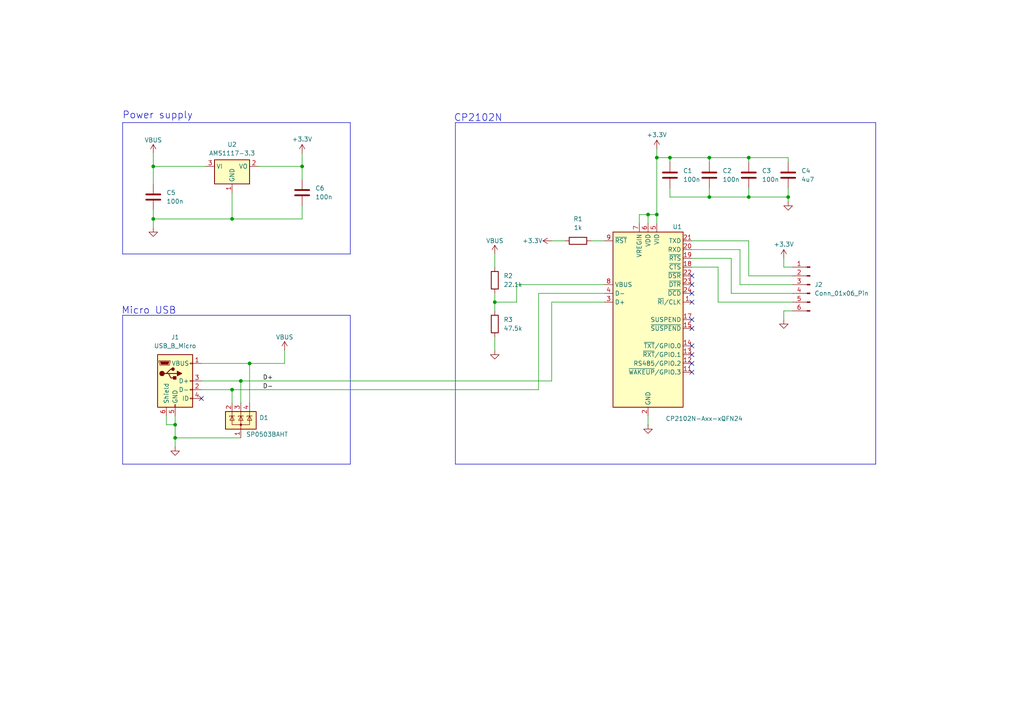
<source format=kicad_sch>
(kicad_sch (version 20231120) (generator "eeschema") (generator_version "8.0")
  (paper "A4")
  (title_block (title "USB-UART-CONN") (date "2024-12-30") (company "WINTERS"))
  (lib_symbols
    (symbol "Connector:Conn_01x06_Pin" (pin_names (offset 1.016) hide)
      (property "Reference" "J" (at 0 7.62 0))
      (property "Value" "Conn_01x06_Pin" (at 0 -10.16 0))
      (symbol "Conn_01x06_Pin_1_1"
        (polyline (pts (xy 1.27 -7.62) (xy 0.8636 -7.62)) (stroke (width 0.1524)))
        (polyline (pts (xy 1.27 -5.08) (xy 0.8636 -5.08)) (stroke (width 0.1524)))
        (polyline (pts (xy 1.27 -2.54) (xy 0.8636 -2.54)) (stroke (width 0.1524)))
        (polyline (pts (xy 1.27 0) (xy 0.8636 0)) (stroke (width 0.1524)))
        (polyline (pts (xy 1.27 2.54) (xy 0.8636 2.54)) (stroke (width 0.1524)))
        (polyline (pts (xy 1.27 5.08) (xy 0.8636 5.08)) (stroke (width 0.1524)))
        (rectangle (start 0.8636 -7.493) (end 0 -7.747) (stroke (width 0.1524)) (fill (type outline)))
        (rectangle (start 0.8636 -4.953) (end 0 -5.207) (stroke (width 0.1524)) (fill (type outline)))
        (rectangle (start 0.8636 -2.413) (end 0 -2.667) (stroke (width 0.1524)) (fill (type outline)))
        (rectangle (start 0.8636 0.127) (end 0 -0.127) (stroke (width 0.1524)) (fill (type outline)))
        (rectangle (start 0.8636 2.667) (end 0 2.413) (stroke (width 0.1524)) (fill (type outline)))
        (rectangle (start 0.8636 5.207) (end 0 4.953) (stroke (width 0.1524)) (fill (type outline)))
        (pin passive line (at 5.08 5.08 180) (length 3.81) (name "Pin_1") (number "1"))
        (pin passive line (at 5.08 2.54 180) (length 3.81) (name "Pin_2") (number "2"))
        (pin passive line (at 5.08 0 180) (length 3.81) (name "Pin_3") (number "3"))
        (pin passive line (at 5.08 -2.54 180) (length 3.81) (name "Pin_4") (number "4"))
        (pin passive line (at 5.08 -5.08 180) (length 3.81) (name "Pin_5") (number "5"))
        (pin passive line (at 5.08 -7.62 180) (length 3.81) (name "Pin_6") (number "6"))
      )
    )
    (symbol "Connector:USB_B_Micro" (pin_names (offset 1.016))
      (property "Reference" "J" (at -5.08 11.43 0))
      (property "Value" "USB_B_Micro" (at -5.08 8.89 0))
      (symbol "USB_B_Micro_0_1"
        (rectangle (start -5.08 -7.62) (end 5.08 7.62) (stroke (width 0.254)) (fill (type background)))
        (circle (center -3.81 2.159) (radius 0.635) (stroke (width 0.254)) (fill (type outline)))
        (circle (center -0.635 3.429) (radius 0.381) (stroke (width 0.254)) (fill (type outline)))
        (rectangle (start -0.127 -7.62) (end 0.127 -6.858))
        (polyline (pts (xy -1.905 2.159) (xy 0.635 2.159)) (stroke (width 0.254)))
        (polyline (pts (xy -3.175 2.159) (xy -2.54 2.159) (xy -1.27 3.429) (xy -0.635 3.429)) (stroke (width 0.254)))
        (polyline (pts (xy -2.54 2.159) (xy -1.905 2.159) (xy -1.27 0.889) (xy 0 0.889)) (stroke (width 0.254)))
        (polyline (pts (xy 0.635 2.794) (xy 0.635 1.524) (xy 1.905 2.159) (xy 0.635 2.794)) (stroke (width 0.254)) (fill (type outline)))
        (polyline (pts (xy -4.318 5.588) (xy -1.778 5.588) (xy -2.032 4.826) (xy -4.064 4.826) (xy -4.318 5.588)) (fill (type outline)))
        (polyline (pts (xy -4.699 5.842) (xy -4.699 5.588) (xy -4.445 4.826) (xy -4.445 4.572) (xy -1.651 4.572) (xy -1.651 4.826) (xy -1.397 5.588) (xy -1.397 5.842) (xy -4.699 5.842)))
        (rectangle (start 0.254 1.27) (end -0.508 0.508) (stroke (width 0.254)) (fill (type outline)))
        (rectangle (start 5.08 -5.207) (end 4.318 -4.953))
        (rectangle (start 5.08 -2.667) (end 4.318 -2.413))
        (rectangle (start 5.08 -0.127) (end 4.318 0.127))
        (rectangle (start 5.08 4.953) (end 4.318 5.207))
      )
      (symbol "USB_B_Micro_1_1"
        (pin power_out line (at 7.62 5.08 180) (length 2.54) (name "VBUS") (number "1"))
        (pin bidirectional line (at 7.62 -2.54 180) (length 2.54) (name "D-") (number "2"))
        (pin bidirectional line (at 7.62 0 180) (length 2.54) (name "D+") (number "3"))
        (pin passive line (at 7.62 -5.08 180) (length 2.54) (name "ID") (number "4"))
        (pin power_out line (at 0 -10.16 90) (length 2.54) (name "GND") (number "5"))
        (pin passive line (at -2.54 -10.16 90) (length 2.54) (name "Shield") (number "6"))
      )
    )
    (symbol "Device:C" (pin_numbers hide) (pin_names (offset 0.254))
      (property "Reference" "C" (at 0.635 2.54 0))
      (property "Value" "C" (at 0.635 -2.54 0))
      (symbol "C_0_1"
        (polyline (pts (xy -2.032 -0.762) (xy 2.032 -0.762)) (stroke (width 0.508)))
        (polyline (pts (xy -2.032 0.762) (xy 2.032 0.762)) (stroke (width 0.508)))
      )
      (symbol "C_1_1"
        (pin passive line (at 0 3.81 270) (length 2.794) (name "~") (number "1"))
        (pin passive line (at 0 -3.81 90) (length 2.794) (name "~") (number "2"))
      )
    )
    (symbol "Device:R" (pin_numbers hide) (pin_names (offset 0))
      (property "Reference" "R" (at 2.032 0 90))
      (property "Value" "R" (at 0 0 90))
      (symbol "R_0_1"
        (rectangle (start -1.016 -2.54) (end 1.016 2.54) (stroke (width 0.254)))
      )
      (symbol "R_1_1"
        (pin passive line (at 0 3.81 270) (length 1.27) (name "~") (number "1"))
        (pin passive line (at 0 -3.81 90) (length 1.27) (name "~") (number "2"))
      )
    )
    (symbol "Interface_USB:CP2102N-Axx-xQFN24"
      (property "Reference" "U" (at -8.89 26.67 0))
      (property "Value" "CP2102N-Axx-xQFN24" (at 13.97 26.67 0))
      (symbol "CP2102N-Axx-xQFN24_0_1"
        (rectangle (start -10.16 25.4) (end 10.16 -25.4) (stroke (width 0.254)) (fill (type background)))
      )
      (symbol "CP2102N-Axx-xQFN24_1_1"
        (pin bidirectional line (at 12.7 5.08 180) (length 2.54) (name "~{RI}/CLK") (number "1"))
        (pin no_connect line (at -10.16 -22.86 0) (length 2.54) hide (name "NC") (number "10"))
        (pin bidirectional line (at 12.7 -15.24 180) (length 2.54) (name "~{WAKEUP}/GPIO.3") (number "11"))
        (pin bidirectional line (at 12.7 -12.7 180) (length 2.54) (name "RS485/GPIO.2") (number "12"))
        (pin bidirectional line (at 12.7 -10.16 180) (length 2.54) (name "~{RXT}/GPIO.1") (number "13"))
        (pin bidirectional line (at 12.7 -7.62 180) (length 2.54) (name "~{TXT}/GPIO.0") (number "14"))
        (pin output line (at 12.7 -2.54 180) (length 2.54) (name "~{SUSPEND}") (number "15"))
        (pin no_connect line (at 10.16 -22.86 180) (length 2.54) hide (name "NC") (number "16"))
        (pin output line (at 12.7 0 180) (length 2.54) (name "SUSPEND") (number "17"))
        (pin input line (at 12.7 15.24 180) (length 2.54) (name "~{CTS}") (number "18"))
        (pin output line (at 12.7 17.78 180) (length 2.54) (name "~{RTS}") (number "19"))
        (pin power_in line (at 0 -27.94 90) (length 2.54) (name "GND") (number "2"))
        (pin input line (at 12.7 20.32 180) (length 2.54) (name "RXD") (number "20"))
        (pin output line (at 12.7 22.86 180) (length 2.54) (name "TXD") (number "21"))
        (pin input line (at 12.7 12.7 180) (length 2.54) (name "~{DSR}") (number "22"))
        (pin output line (at 12.7 10.16 180) (length 2.54) (name "~{DTR}") (number "23"))
        (pin input line (at 12.7 7.62 180) (length 2.54) (name "~{DCD}") (number "24"))
        (pin passive line (at 0 -27.94 90) (length 2.54) hide (name "GND") (number "25"))
        (pin bidirectional line (at -12.7 5.08 0) (length 2.54) (name "D+") (number "3"))
        (pin bidirectional line (at -12.7 7.62 0) (length 2.54) (name "D-") (number "4"))
        (pin power_in line (at 2.54 27.94 270) (length 2.54) (name "VIO") (number "5"))
        (pin power_in line (at 0 27.94 270) (length 2.54) (name "VDD") (number "6"))
        (pin power_in line (at -2.54 27.94 270) (length 2.54) (name "VREGIN") (number "7"))
        (pin input line (at -12.7 10.16 0) (length 2.54) (name "VBUS") (number "8"))
        (pin input line (at -12.7 22.86 0) (length 2.54) (name "~{RST}") (number "9"))
      )
    )
    (symbol "Power_Protection:SP0503BAHT" (pin_names hide)
      (property "Reference" "D" (at 5.715 2.54 0))
      (property "Value" "SP0503BAHT" (at 5.715 0.635 0))
      (symbol "SP0503BAHT_0_0"
        (pin passive line (at 0 -5.08 90) (length 2.54) (name "A") (number "1"))
      )
      (symbol "SP0503BAHT_0_1"
        (rectangle (start -4.445 2.54) (end 4.445 -2.54) (stroke (width 0.254)) (fill (type background)))
        (circle (center 0 -1.27) (radius 0.254) (fill (type outline)))
        (polyline (pts (xy -2.54 2.54) (xy -2.54 1.27)))
        (polyline (pts (xy 0 -1.27) (xy 0 -2.54)))
        (polyline (pts (xy 0 -1.27) (xy 0 1.27)))
        (polyline (pts (xy 0 2.54) (xy 0 1.27)))
        (polyline (pts (xy 0.635 1.27) (xy 0.762 1.27)))
        (polyline (pts (xy 2.54 2.54) (xy 2.54 1.27)))
        (polyline (pts (xy 0.635 1.27) (xy -0.762 1.27) (xy -0.762 1.016)))
        (polyline (pts (xy -3.302 1.016) (xy -3.302 1.27) (xy -1.905 1.27) (xy -1.778 1.27)))
        (polyline (pts (xy -2.54 1.27) (xy -2.54 -1.27) (xy 2.54 -1.27) (xy 2.54 1.27)))
        (polyline (pts (xy -2.54 1.27) (xy -1.905 0) (xy -3.175 0) (xy -2.54 1.27)))
        (polyline (pts (xy 0.635 0) (xy -0.635 0) (xy 0 1.27) (xy 0.635 0)))
        (polyline (pts (xy 1.778 1.016) (xy 1.778 1.27) (xy 3.175 1.27) (xy 3.302 1.27)))
        (polyline (pts (xy 2.54 1.27) (xy 1.905 0) (xy 3.175 0) (xy 2.54 1.27)))
      )
      (symbol "SP0503BAHT_1_1"
        (pin passive line (at -2.54 5.08 270) (length 2.54) (name "K") (number "2"))
        (pin passive line (at 0 5.08 270) (length 2.54) (name "K") (number "3"))
        (pin passive line (at 2.54 5.08 270) (length 2.54) (name "K") (number "4"))
      )
    )
    (symbol "Regulator_Linear:AMS1117-3.3"
      (property "Reference" "U" (at -3.81 3.175 0))
      (property "Value" "AMS1117-3.3" (at 0 3.175 0))
      (symbol "AMS1117-3.3_0_1"
        (rectangle (start -5.08 -5.08) (end 5.08 1.905) (stroke (width 0.254)) (fill (type background)))
      )
      (symbol "AMS1117-3.3_1_1"
        (pin power_in line (at 0 -7.62 90) (length 2.54) (name "GND") (number "1"))
        (pin power_out line (at 7.62 0 180) (length 2.54) (name "VO") (number "2"))
        (pin power_in line (at -7.62 0 0) (length 2.54) (name "VI") (number "3"))
      )
    )
    (symbol "power:+3.3V" (power) (pin_numbers hide) (pin_names (offset 0) hide)
      (property "Value" "+3.3V" (at 0 3.556 0))
      (symbol "+3.3V_0_1"
        (polyline (pts (xy -0.762 1.27) (xy 0 2.54)))
        (polyline (pts (xy 0 0) (xy 0 2.54)))
        (polyline (pts (xy 0 2.54) (xy 0.762 1.27)))
      )
      (symbol "+3.3V_1_1"
        (pin power_in line (at 0 0 90) (length 0) (name "~") (number "1"))
      )
    )
    (symbol "power:GND" (power) (pin_numbers hide) (pin_names (offset 0) hide)
      (property "Value" "GND" (at 0 -3.81 0))
      (symbol "GND_0_1"
        (polyline (pts (xy 0 0) (xy 0 -1.27) (xy 1.27 -1.27) (xy 0 -2.54) (xy -1.27 -1.27) (xy 0 -1.27)))
      )
      (symbol "GND_1_1"
        (pin power_in line (at 0 0 270) (length 0) (name "~") (number "1"))
      )
    )
    (symbol "power:VBUS" (power) (pin_numbers hide) (pin_names (offset 0) hide)
      (property "Value" "VBUS" (at 0 3.556 0))
      (symbol "VBUS_0_1"
        (polyline (pts (xy -0.762 1.27) (xy 0 2.54)))
        (polyline (pts (xy 0 0) (xy 0 2.54)))
        (polyline (pts (xy 0 2.54) (xy 0.762 1.27)))
      )
      (symbol "VBUS_1_1"
        (pin power_in line (at 0 0 90) (length 0) (name "~") (number "1"))
      )
    )
  )
  (junction (at 72.39 105.41))
  (junction (at 67.31 113.03))
  (junction (at 190.5 62.23))
  (junction (at 143.51 87.63))
  (junction (at 50.8 127))
  (junction (at 187.96 62.23))
  (junction (at 44.45 63.5))
  (junction (at 87.63 48.26))
  (junction (at 194.31 45.72))
  (junction (at 228.6 57.15))
  (junction (at 50.8 123.19))
  (junction (at 190.5 45.72))
  (junction (at 205.74 45.72))
  (junction (at 217.17 57.15))
  (junction (at 205.74 57.15))
  (junction (at 217.17 45.72))
  (junction (at 44.45 48.26))
  (junction (at 67.31 63.5))
  (junction (at 69.85 110.49))
  (no_connect (at 200.66 102.87))
  (no_connect (at 58.42 115.57))
  (no_connect (at 200.66 87.63))
  (no_connect (at 200.66 80.01))
  (no_connect (at 200.66 85.09))
  (no_connect (at 200.66 95.25))
  (no_connect (at 200.66 107.95))
  (no_connect (at 200.66 100.33))
  (no_connect (at 200.66 82.55))
  (no_connect (at 200.66 105.41))
  (no_connect (at 200.66 92.71))
  (wire (pts (xy 200.66 69.85) (xy 217.17 69.85)))
  (wire (pts (xy 69.85 110.49) (xy 160.02 110.49)))
  (wire (pts (xy 74.93 48.26) (xy 87.63 48.26)))
  (wire (pts (xy 187.96 120.65) (xy 187.96 123.19)))
  (wire (pts (xy 194.31 46.99) (xy 194.31 45.72)))
  (polyline (pts (xy 35.56 91.44) (xy 35.56 134.62)))
  (wire (pts (xy 44.45 63.5) (xy 44.45 66.04)))
  (wire (pts (xy 190.5 64.77) (xy 190.5 62.23)))
  (wire (pts (xy 194.31 57.15) (xy 205.74 57.15)))
  (wire (pts (xy 48.26 120.65) (xy 48.26 123.19)))
  (wire (pts (xy 67.31 113.03) (xy 156.21 113.03)))
  (polyline (pts (xy 132.08 35.56) (xy 254 35.56)))
  (wire (pts (xy 217.17 45.72) (xy 228.6 45.72)))
  (wire (pts (xy 160.02 110.49) (xy 160.02 87.63)))
  (wire (pts (xy 143.51 87.63) (xy 143.51 90.17)))
  (wire (pts (xy 143.51 73.66) (xy 143.51 77.47)))
  (wire (pts (xy 143.51 97.79) (xy 143.51 101.6)))
  (wire (pts (xy 59.69 48.26) (xy 44.45 48.26)))
  (wire (pts (xy 160.02 69.85) (xy 163.83 69.85)))
  (wire (pts (xy 208.28 87.63) (xy 229.87 87.63)))
  (polyline (pts (xy 101.6 35.56) (xy 35.56 35.56)))
  (wire (pts (xy 190.5 43.18) (xy 190.5 45.72)))
  (wire (pts (xy 187.96 62.23) (xy 185.42 62.23)))
  (wire (pts (xy 229.87 77.47) (xy 227.33 77.47)))
  (wire (pts (xy 69.85 110.49) (xy 69.85 116.84)))
  (wire (pts (xy 190.5 45.72) (xy 190.5 62.23)))
  (wire (pts (xy 217.17 46.99) (xy 217.17 45.72)))
  (wire (pts (xy 208.28 77.47) (xy 200.66 77.47)))
  (wire (pts (xy 200.66 72.39) (xy 214.63 72.39)))
  (wire (pts (xy 194.31 54.61) (xy 194.31 57.15)))
  (wire (pts (xy 217.17 54.61) (xy 217.17 57.15)))
  (wire (pts (xy 72.39 105.41) (xy 72.39 116.84)))
  (wire (pts (xy 87.63 63.5) (xy 67.31 63.5)))
  (polyline (pts (xy 132.08 35.56) (xy 132.08 134.62)))
  (wire (pts (xy 44.45 60.96) (xy 44.45 63.5)))
  (polyline (pts (xy 35.56 91.44) (xy 101.6 91.44)))
  (wire (pts (xy 175.26 82.55) (xy 149.86 82.55)))
  (wire (pts (xy 227.33 90.17) (xy 227.33 92.71)))
  (polyline (pts (xy 101.6 35.56) (xy 101.6 73.66)))
  (wire (pts (xy 50.8 127) (xy 69.85 127)))
  (wire (pts (xy 149.86 82.55) (xy 149.86 87.63)))
  (wire (pts (xy 229.87 90.17) (xy 227.33 90.17)))
  (wire (pts (xy 149.86 87.63) (xy 143.51 87.63)))
  (wire (pts (xy 205.74 46.99) (xy 205.74 45.72)))
  (wire (pts (xy 214.63 82.55) (xy 229.87 82.55)))
  (wire (pts (xy 87.63 59.69) (xy 87.63 63.5)))
  (wire (pts (xy 58.42 105.41) (xy 72.39 105.41)))
  (wire (pts (xy 50.8 120.65) (xy 50.8 123.19)))
  (wire (pts (xy 67.31 63.5) (xy 44.45 63.5)))
  (wire (pts (xy 205.74 45.72) (xy 217.17 45.72)))
  (polyline (pts (xy 254 134.62) (xy 254 35.56)))
  (polyline (pts (xy 35.56 35.56) (xy 35.56 73.66)))
  (wire (pts (xy 160.02 87.63) (xy 175.26 87.63)))
  (wire (pts (xy 58.42 110.49) (xy 69.85 110.49)))
  (wire (pts (xy 44.45 48.26) (xy 44.45 53.34)))
  (wire (pts (xy 190.5 45.72) (xy 194.31 45.72)))
  (wire (pts (xy 217.17 69.85) (xy 217.17 80.01)))
  (wire (pts (xy 227.33 77.47) (xy 227.33 74.93)))
  (wire (pts (xy 228.6 54.61) (xy 228.6 57.15)))
  (wire (pts (xy 212.09 85.09) (xy 229.87 85.09)))
  (wire (pts (xy 185.42 62.23) (xy 185.42 64.77)))
  (wire (pts (xy 187.96 62.23) (xy 187.96 64.77)))
  (wire (pts (xy 205.74 54.61) (xy 205.74 57.15)))
  (wire (pts (xy 217.17 80.01) (xy 229.87 80.01)))
  (wire (pts (xy 228.6 57.15) (xy 228.6 58.42)))
  (wire (pts (xy 190.5 62.23) (xy 187.96 62.23)))
  (polyline (pts (xy 132.08 134.62) (xy 254 134.62)))
  (wire (pts (xy 156.21 113.03) (xy 156.21 85.09)))
  (wire (pts (xy 194.31 45.72) (xy 205.74 45.72)))
  (wire (pts (xy 205.74 57.15) (xy 217.17 57.15)))
  (wire (pts (xy 228.6 45.72) (xy 228.6 46.99)))
  (wire (pts (xy 171.45 69.85) (xy 175.26 69.85)))
  (polyline (pts (xy 35.56 73.66) (xy 101.6 73.66)))
  (wire (pts (xy 217.17 57.15) (xy 228.6 57.15)))
  (wire (pts (xy 58.42 113.03) (xy 67.31 113.03)))
  (polyline (pts (xy 101.6 134.62) (xy 101.6 91.44)))
  (wire (pts (xy 44.45 48.26) (xy 44.45 44.45)))
  (wire (pts (xy 87.63 48.26) (xy 87.63 44.45)))
  (wire (pts (xy 208.28 77.47) (xy 208.28 87.63)))
  (wire (pts (xy 67.31 55.88) (xy 67.31 63.5)))
  (wire (pts (xy 50.8 123.19) (xy 50.8 127)))
  (wire (pts (xy 82.55 105.41) (xy 82.55 101.6)))
  (wire (pts (xy 212.09 74.93) (xy 212.09 85.09)))
  (wire (pts (xy 72.39 105.41) (xy 82.55 105.41)))
  (polyline (pts (xy 35.56 134.62) (xy 101.6 134.62)))
  (wire (pts (xy 200.66 74.93) (xy 212.09 74.93)))
  (wire (pts (xy 156.21 85.09) (xy 175.26 85.09)))
  (wire (pts (xy 214.63 72.39) (xy 214.63 82.55)))
  (wire (pts (xy 50.8 127) (xy 50.8 129.54)))
  (wire (pts (xy 143.51 85.09) (xy 143.51 87.63)))
  (wire (pts (xy 87.63 48.26) (xy 87.63 52.07)))
  (wire (pts (xy 67.31 113.03) (xy 67.31 116.84)))
  (wire (pts (xy 48.26 123.19) (xy 50.8 123.19)))
  (text "Power supply" (at 45.72 33.528 0) (effects (font (size 2.032 2.032))))
  (text "CP2102N\n" (at 138.684 34.29 0) (effects (font (size 2.032 2.032))))
  (text "Micro USB" (at 43.18 90.17 0) (effects (font (size 2.032 2.032))))
  (label "D+" (at 76.2 110.49 0))
  (label "D-" (at 76.2 113.03 0))
  (symbol (lib_id "Connector:Conn_01x06_Pin") (at 234.95 82.55 0) (mirror y) (unit 1)
    (property "Reference" "J2" (at 236.22 82.5499 0) (effects (justify right)))
    (property "Value" "Conn_01x06_Pin" (at 236.22 85.0899 0) (effects (justify right)))
    (property "Footprint" "Connector_PinHeader_2.54mm:PinHeader_1x06_P2.54mm_Vertical" (effects (hide yes)))
    (property "Description" "Generic connector, single row, 01x06, script generated" (effects (hide yes)))
  )
  (symbol (lib_id "power:GND") (at 143.51 101.6 0) (unit 1)
    (property "Reference" "#PWR012" (effects (hide yes)))
    (property "Value" "GND" (effects (hide yes)))
    (property "Description" "Power symbol creates a global label with name \"GND\" , ground" (effects (hide yes)))
  )
  (symbol (lib_id "Device:C") (at 217.17 50.8 0) (unit 1)
    (property "Reference" "C3" (at 220.98 49.5299 0) (effects (justify left)))
    (property "Value" "100n" (at 220.98 52.0699 0) (effects (justify left)))
    (property "Footprint" "Capacitor_SMD:C_0402_1005Metric" (effects (hide yes)))
    (property "Description" "Unpolarized capacitor" (effects (hide yes)))
  )
  (symbol (lib_id "Power_Protection:SP0503BAHT") (at 69.85 121.92 0) (unit 1)
    (property "Reference" "D1" (at 75.184 121.158 0) (effects (justify left)))
    (property "Value" "SP0503BAHT" (at 71.374 125.984 0) (effects (justify left)))
    (property "Footprint" "Package_TO_SOT_SMD:SOT-143" (effects (hide yes)))
    (property "Datasheet" "http://www.littelfuse.com/~/media/files/littelfuse/technical%20resources/documents/data%20sheets/sp05xxba.pdf" (effects (hide yes)))
    (property "Description" "TVS Diode Array, 5.5V Standoff, 3 Channels, SOT-143 package" (effects (hide yes)))
  )
  (symbol (lib_id "power:+3.3V") (at 190.5 43.18 0) (unit 1)
    (property "Reference" "#PWR03" (effects (hide yes)))
    (property "Value" "+3.3V" (at 190.5 39.116 0))
    (property "Description" "Power symbol creates a global label with name \"+3.3V\"" (effects (hide yes)))
  )
  (symbol (lib_id "power:VBUS") (at 143.51 73.66 0) (unit 1)
    (property "Reference" "#PWR011" (effects (hide yes)))
    (property "Value" "VBUS" (at 143.51 69.85 0))
    (property "Description" "Power symbol creates a global label with name \"VBUS\"" (effects (hide yes)))
  )
  (symbol (lib_id "power:GND") (at 50.8 129.54 0) (unit 1)
    (property "Reference" "#PWR01" (effects (hide yes)))
    (property "Value" "GND" (effects (hide yes)))
    (property "Description" "Power symbol creates a global label with name \"GND\" , ground" (effects (hide yes)))
  )
  (symbol (lib_id "power:GND") (at 44.45 66.04 0) (unit 1)
    (property "Reference" "#PWR015" (effects (hide yes)))
    (property "Value" "GND" (effects (hide yes)))
    (property "Description" "Power symbol creates a global label with name \"GND\" , ground" (effects (hide yes)))
  )
  (symbol (lib_id "Regulator_Linear:AMS1117-3.3") (at 67.31 48.26 0) (unit 1)
    (property "Reference" "U2" (at 67.31 41.91 0))
    (property "Value" "AMS1117-3.3" (at 67.31 44.45 0))
    (property "Footprint" "Package_TO_SOT_SMD:SOT-223-3_TabPin2" (effects (hide yes)))
    (property "Datasheet" "http://www.advanced-monolithic.com/pdf/ds1117.pdf" (effects (hide yes)))
    (property "Description" "1A Low Dropout regulator, positive, 3.3V fixed output, SOT-223" (effects (hide yes)))
  )
  (symbol (lib_id "Device:R") (at 167.64 69.85 90) (unit 1)
    (property "Reference" "R1" (at 167.64 63.5 90))
    (property "Value" "1k" (at 167.64 66.04 90))
    (property "Footprint" "Resistor_SMD:R_0402_1005Metric" (effects (hide yes)))
    (property "Description" "Resistor" (effects (hide yes)))
  )
  (symbol (lib_id "Interface_USB:CP2102N-Axx-xQFN24") (at 187.96 92.71 0) (unit 1)
    (property "Reference" "U1" (at 195.072 65.786 0) (effects (justify left)))
    (property "Value" "CP2102N-Axx-xQFN24" (at 193.04 121.412 0) (effects (justify left)))
    (property "Footprint" "Package_DFN_QFN:QFN-24-1EP_4x4mm_P0.5mm_EP2.6x2.6mm" (effects (hide yes)))
    (property "Datasheet" "https://www.silabs.com/documents/public/data-sheets/cp2102n-datasheet.pdf" (effects (hide yes)))
    (property "Description" "USB to UART master bridge, QFN-24" (effects (hide yes)))
  )
  (symbol (lib_id "power:+3.3V") (at 87.63 44.45 0) (unit 1)
    (property "Reference" "#PWR014" (effects (hide yes)))
    (property "Value" "+3.3V" (at 87.63 40.386 0))
    (property "Description" "Power symbol creates a global label with name \"+3.3V\"" (effects (hide yes)))
  )
  (symbol (lib_id "Device:C") (at 44.45 57.15 0) (unit 1)
    (property "Reference" "C5" (at 48.26 55.8799 0) (effects (justify left)))
    (property "Value" "100n" (at 48.26 58.4199 0) (effects (justify left)))
    (property "Footprint" "Capacitor_SMD:C_0402_1005Metric" (effects (hide yes)))
    (property "Description" "Unpolarized capacitor" (effects (hide yes)))
  )
  (symbol (lib_id "power:GND") (at 227.33 92.71 0) (unit 1)
    (property "Reference" "#PWR07" (effects (hide yes)))
    (property "Value" "GND" (effects (hide yes)))
    (property "Description" "Power symbol creates a global label with name \"GND\" , ground" (effects (hide yes)))
  )
  (symbol (lib_id "Device:R") (at 143.51 81.28 180) (unit 1)
    (property "Reference" "R2" (at 146.05 80.0099 0) (effects (justify right)))
    (property "Value" "22.1k" (at 146.05 82.5499 0) (effects (justify right)))
    (property "Footprint" "Resistor_SMD:R_0402_1005Metric" (effects (hide yes)))
    (property "Description" "Resistor" (effects (hide yes)))
  )
  (symbol (lib_id "Device:C") (at 228.6 50.8 0) (unit 1)
    (property "Reference" "C4" (at 232.41 49.5299 0) (effects (justify left)))
    (property "Value" "4u7" (at 232.41 52.0699 0) (effects (justify left)))
    (property "Footprint" "Capacitor_SMD:C_0402_1005Metric" (effects (hide yes)))
    (property "Description" "Unpolarized capacitor" (effects (hide yes)))
  )
  (symbol (lib_id "Device:C") (at 194.31 50.8 0) (unit 1)
    (property "Reference" "C1" (at 198.12 49.5299 0) (effects (justify left)))
    (property "Value" "100n" (at 198.12 52.0699 0) (effects (justify left)))
    (property "Footprint" "Capacitor_SMD:C_0402_1005Metric" (effects (hide yes)))
    (property "Description" "Unpolarized capacitor" (effects (hide yes)))
  )
  (symbol (lib_id "power:VBUS") (at 82.55 101.6 0) (unit 1)
    (property "Reference" "#PWR02" (effects (hide yes)))
    (property "Value" "VBUS" (at 82.55 97.79 0))
    (property "Description" "Power symbol creates a global label with name \"VBUS\"" (effects (hide yes)))
  )
  (symbol (lib_id "power:+3.3V") (at 227.33 74.93 0) (unit 1)
    (property "Reference" "#PWR08" (effects (hide yes)))
    (property "Value" "+3.3V" (at 227.33 70.866 0))
    (property "Description" "Power symbol creates a global label with name \"+3.3V\"" (effects (hide yes)))
  )
  (symbol (lib_id "power:GND") (at 187.96 123.19 0) (unit 1)
    (property "Reference" "#PWR04" (effects (hide yes)))
    (property "Value" "GND" (effects (hide yes)))
    (property "Description" "Power symbol creates a global label with name \"GND\" , ground" (effects (hide yes)))
  )
  (symbol (lib_id "Connector:USB_B_Micro") (at 50.8 110.49 0) (unit 1)
    (property "Reference" "J1" (at 50.8 97.79 0))
    (property "Value" "USB_B_Micro" (at 50.8 100.33 0))
    (property "Footprint" "Connector_USB:USB_Micro-B_Molex_47346-0001" (effects (hide yes)))
    (property "Description" "USB Micro Type B connector" (effects (hide yes)))
  )
  (symbol (lib_id "power:VBUS") (at 44.45 44.45 0) (unit 1)
    (property "Reference" "#PWR013" (effects (hide yes)))
    (property "Value" "VBUS" (at 44.45 40.64 0))
    (property "Description" "Power symbol creates a global label with name \"VBUS\"" (effects (hide yes)))
  )
  (symbol (lib_id "power:GND") (at 228.6 58.42 0) (unit 1)
    (property "Reference" "#PWR05" (effects (hide yes)))
    (property "Value" "GND" (effects (hide yes)))
    (property "Description" "Power symbol creates a global label with name \"GND\" , ground" (effects (hide yes)))
  )
  (symbol (lib_id "Device:R") (at 143.51 93.98 180) (unit 1)
    (property "Reference" "R3" (at 146.05 92.7099 0) (effects (justify right)))
    (property "Value" "47.5k" (at 146.05 95.2499 0) (effects (justify right)))
    (property "Footprint" "Resistor_SMD:R_0402_1005Metric" (effects (hide yes)))
    (property "Description" "Resistor" (effects (hide yes)))
  )
  (symbol (lib_id "Device:C") (at 87.63 55.88 0) (unit 1)
    (property "Reference" "C6" (at 91.44 54.6099 0) (effects (justify left)))
    (property "Value" "100n" (at 91.44 57.1499 0) (effects (justify left)))
    (property "Footprint" "Capacitor_SMD:C_0402_1005Metric" (effects (hide yes)))
    (property "Description" "Unpolarized capacitor" (effects (hide yes)))
  )
  (symbol (lib_id "Device:C") (at 205.74 50.8 0) (unit 1)
    (property "Reference" "C2" (at 209.55 49.5299 0) (effects (justify left)))
    (property "Value" "100n" (at 209.55 52.0699 0) (effects (justify left)))
    (property "Footprint" "Capacitor_SMD:C_0402_1005Metric" (effects (hide yes)))
    (property "Description" "Unpolarized capacitor" (effects (hide yes)))
  )
  (symbol (lib_id "power:+3.3V") (at 160.02 69.85 90) (unit 1)
    (property "Reference" "#PWR06" (effects (hide yes)))
    (property "Value" "+3.3V" (at 154.432 69.85 90))
    (property "Description" "Power symbol creates a global label with name \"+3.3V\"" (effects (hide yes)))
  )
)
</source>
